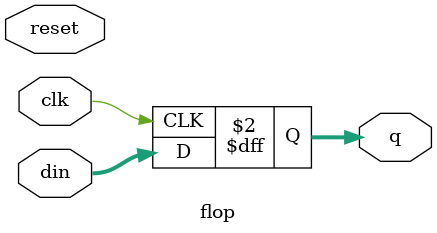
<source format=v>

module flop(input [7:0] din, input clk, input reset, output reg [7:0] q);

  always @(negedge clk) begin
    q <= din;
  end

endmodule

</source>
